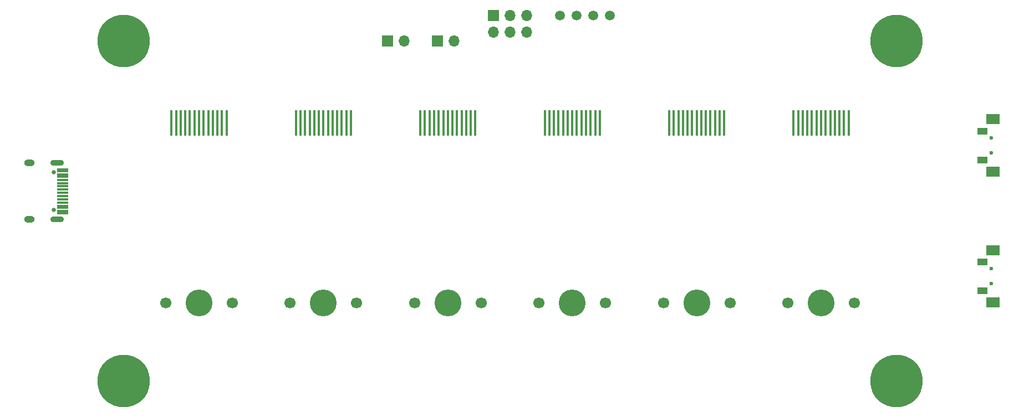
<source format=gbr>
G04 #@! TF.GenerationSoftware,KiCad,Pcbnew,5.1.7-a382d34a8~88~ubuntu20.04.1*
G04 #@! TF.CreationDate,2021-04-25T14:41:57-07:00*
G04 #@! TF.ProjectId,keypad-base,6b657970-6164-42d6-9261-73652e6b6963,Apr2021*
G04 #@! TF.SameCoordinates,Original*
G04 #@! TF.FileFunction,Soldermask,Bot*
G04 #@! TF.FilePolarity,Negative*
%FSLAX46Y46*%
G04 Gerber Fmt 4.6, Leading zero omitted, Abs format (unit mm)*
G04 Created by KiCad (PCBNEW 5.1.7-a382d34a8~88~ubuntu20.04.1) date 2021-04-25 14:41:57*
%MOMM*%
%LPD*%
G01*
G04 APERTURE LIST*
%ADD10C,2.000000*%
%ADD11C,8.000000*%
%ADD12R,2.000000X1.500000*%
%ADD13R,1.500000X1.000000*%
%ADD14C,0.600000*%
%ADD15O,1.700000X1.700000*%
%ADD16R,1.700000X1.700000*%
%ADD17R,1.750000X0.300000*%
%ADD18C,0.650000*%
%ADD19O,2.100000X0.900000*%
%ADD20O,1.600000X1.000000*%
%ADD21R,0.400000X4.000000*%
%ADD22C,1.500000*%
%ADD23C,4.100000*%
%ADD24C,1.700000*%
G04 APERTURE END LIST*
D10*
G04 #@! TO.C,H5*
X107500000Y-111900000D03*
D11*
X107500000Y-111900000D03*
G04 #@! TD*
D10*
G04 #@! TO.C,H4*
X107500000Y-59900000D03*
D11*
X107500000Y-59900000D03*
G04 #@! TD*
D10*
G04 #@! TO.C,H3*
X225500000Y-59900000D03*
D11*
X225500000Y-59900000D03*
G04 #@! TD*
D10*
G04 #@! TO.C,H2*
X225500000Y-111900000D03*
D11*
X225500000Y-111900000D03*
G04 #@! TD*
D12*
G04 #@! TO.C,SW8*
X240250000Y-91900000D03*
X240250000Y-99900000D03*
D13*
X238650000Y-98100000D03*
X238650000Y-93700000D03*
D14*
X240000000Y-97050000D03*
X240000000Y-94750000D03*
G04 #@! TD*
D12*
G04 #@! TO.C,SW1*
X240250000Y-71900000D03*
X240250000Y-79900000D03*
D13*
X238650000Y-78100000D03*
X238650000Y-73700000D03*
D14*
X240000000Y-77050000D03*
X240000000Y-74750000D03*
G04 #@! TD*
D15*
G04 #@! TO.C,J3*
X150368000Y-59944000D03*
D16*
X147828000Y-59944000D03*
G04 #@! TD*
D15*
G04 #@! TO.C,J2*
X157988000Y-59944000D03*
D16*
X155448000Y-59944000D03*
G04 #@! TD*
D17*
G04 #@! TO.C,J1*
X98150000Y-79550000D03*
X98150000Y-79850000D03*
X98150000Y-80650000D03*
X98150000Y-80350000D03*
X98150000Y-85150000D03*
X98150000Y-85450000D03*
X98150000Y-85950000D03*
X98150000Y-86250000D03*
X98150000Y-83150000D03*
X98150000Y-84150000D03*
X98150000Y-84650000D03*
X98150000Y-83650000D03*
X98150000Y-81150000D03*
X98150000Y-81650000D03*
X98150000Y-82150000D03*
X98150000Y-82650000D03*
D18*
X96810000Y-80010000D03*
X96810000Y-85790000D03*
D19*
X97310000Y-78580000D03*
X97310000Y-87220000D03*
D20*
X93130000Y-78580000D03*
X93130000Y-87220000D03*
G04 #@! TD*
D21*
G04 #@! TO.C,U8*
X214700000Y-72424000D03*
X216800000Y-72424000D03*
X215400000Y-72424000D03*
X218200000Y-72424000D03*
X216100000Y-72424000D03*
X217500000Y-72424000D03*
X214000000Y-72424000D03*
X213300000Y-72424000D03*
X212600000Y-72424000D03*
X211900000Y-72424000D03*
X211200000Y-72424000D03*
X210500000Y-72424000D03*
X209800000Y-72424000D03*
G04 #@! TD*
G04 #@! TO.C,U7*
X195700000Y-72424000D03*
X197800000Y-72424000D03*
X196400000Y-72424000D03*
X199200000Y-72424000D03*
X197100000Y-72424000D03*
X198500000Y-72424000D03*
X195000000Y-72424000D03*
X194300000Y-72424000D03*
X193600000Y-72424000D03*
X192900000Y-72424000D03*
X192200000Y-72424000D03*
X191500000Y-72424000D03*
X190800000Y-72424000D03*
G04 #@! TD*
G04 #@! TO.C,U6*
X176700000Y-72424000D03*
X178800000Y-72424000D03*
X177400000Y-72424000D03*
X180200000Y-72424000D03*
X178100000Y-72424000D03*
X179500000Y-72424000D03*
X176000000Y-72424000D03*
X175300000Y-72424000D03*
X174600000Y-72424000D03*
X173900000Y-72424000D03*
X173200000Y-72424000D03*
X172500000Y-72424000D03*
X171800000Y-72424000D03*
G04 #@! TD*
G04 #@! TO.C,U5*
X157700000Y-72424000D03*
X159800000Y-72424000D03*
X158400000Y-72424000D03*
X161200000Y-72424000D03*
X159100000Y-72424000D03*
X160500000Y-72424000D03*
X157000000Y-72424000D03*
X156300000Y-72424000D03*
X155600000Y-72424000D03*
X154900000Y-72424000D03*
X154200000Y-72424000D03*
X153500000Y-72424000D03*
X152800000Y-72424000D03*
G04 #@! TD*
G04 #@! TO.C,U4*
X138700000Y-72424000D03*
X140800000Y-72424000D03*
X139400000Y-72424000D03*
X142200000Y-72424000D03*
X140100000Y-72424000D03*
X141500000Y-72424000D03*
X138000000Y-72424000D03*
X137300000Y-72424000D03*
X136600000Y-72424000D03*
X135900000Y-72424000D03*
X135200000Y-72424000D03*
X134500000Y-72424000D03*
X133800000Y-72424000D03*
G04 #@! TD*
G04 #@! TO.C,U3*
X119700000Y-72424000D03*
X121800000Y-72424000D03*
X120400000Y-72424000D03*
X123200000Y-72424000D03*
X121100000Y-72424000D03*
X122500000Y-72424000D03*
X119000000Y-72424000D03*
X118300000Y-72424000D03*
X117600000Y-72424000D03*
X116900000Y-72424000D03*
X116200000Y-72424000D03*
X115500000Y-72424000D03*
X114800000Y-72424000D03*
G04 #@! TD*
D22*
G04 #@! TO.C,TMS1*
X176700000Y-56000000D03*
G04 #@! TD*
G04 #@! TO.C,TDO1*
X179240000Y-56000000D03*
G04 #@! TD*
G04 #@! TO.C,TDI1*
X181780000Y-56000000D03*
G04 #@! TD*
G04 #@! TO.C,TCK1*
X174160000Y-56000000D03*
G04 #@! TD*
D15*
G04 #@! TO.C,CON1*
X169080000Y-58540000D03*
X169080000Y-56000000D03*
X166540000Y-58540000D03*
X166540000Y-56000000D03*
X164000000Y-58540000D03*
D16*
X164000000Y-56000000D03*
G04 #@! TD*
D23*
G04 #@! TO.C,SW7*
X214000000Y-100000000D03*
D24*
X219080000Y-100000000D03*
X208920000Y-100000000D03*
G04 #@! TD*
D23*
G04 #@! TO.C,SW6*
X195000000Y-100000000D03*
D24*
X200080000Y-100000000D03*
X189920000Y-100000000D03*
G04 #@! TD*
D23*
G04 #@! TO.C,SW5*
X176000000Y-100000000D03*
D24*
X181080000Y-100000000D03*
X170920000Y-100000000D03*
G04 #@! TD*
D23*
G04 #@! TO.C,SW4*
X157000000Y-100000000D03*
D24*
X162080000Y-100000000D03*
X151920000Y-100000000D03*
G04 #@! TD*
D23*
G04 #@! TO.C,SW3*
X138000000Y-100000000D03*
D24*
X143080000Y-100000000D03*
X132920000Y-100000000D03*
G04 #@! TD*
D23*
G04 #@! TO.C,SW2*
X119000000Y-100000000D03*
D24*
X124080000Y-100000000D03*
X113920000Y-100000000D03*
G04 #@! TD*
M02*

</source>
